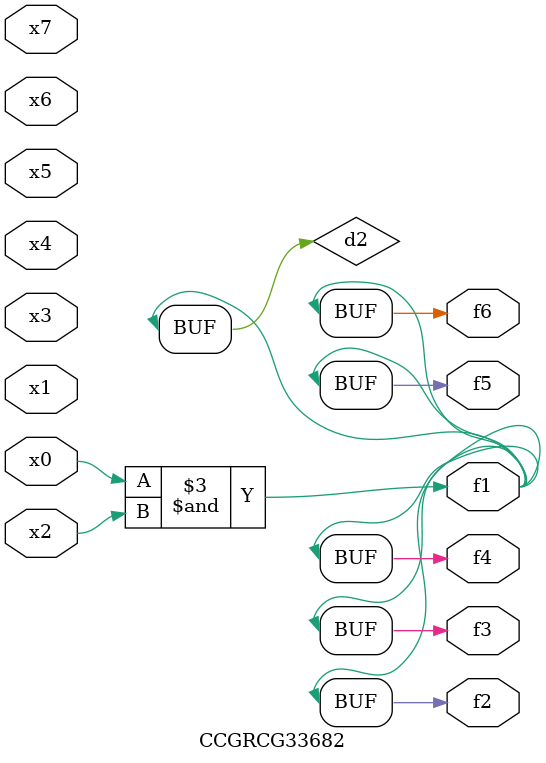
<source format=v>
module CCGRCG33682(
	input x0, x1, x2, x3, x4, x5, x6, x7,
	output f1, f2, f3, f4, f5, f6
);

	wire d1, d2;

	nor (d1, x3, x6);
	and (d2, x0, x2);
	assign f1 = d2;
	assign f2 = d2;
	assign f3 = d2;
	assign f4 = d2;
	assign f5 = d2;
	assign f6 = d2;
endmodule

</source>
